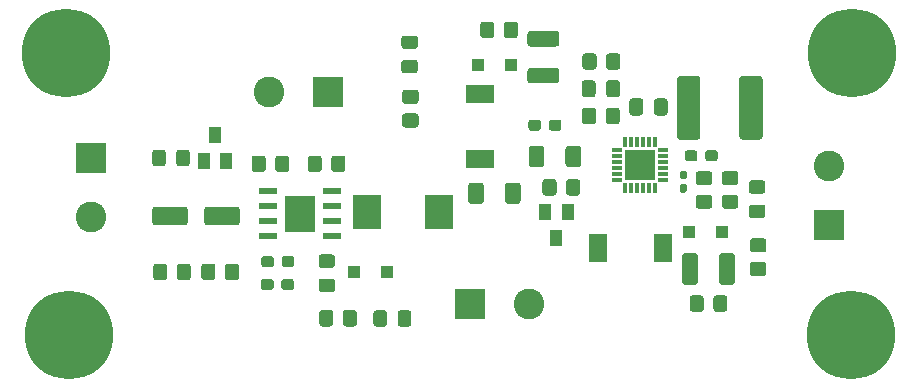
<source format=gts>
G04 #@! TF.GenerationSoftware,KiCad,Pcbnew,(5.1.12)-1*
G04 #@! TF.CreationDate,2022-10-20T21:35:18-07:00*
G04 #@! TF.ProjectId,Fuente_de_poder,4675656e-7465-45f6-9465-5f706f646572,rev?*
G04 #@! TF.SameCoordinates,Original*
G04 #@! TF.FileFunction,Soldermask,Top*
G04 #@! TF.FilePolarity,Negative*
%FSLAX46Y46*%
G04 Gerber Fmt 4.6, Leading zero omitted, Abs format (unit mm)*
G04 Created by KiCad (PCBNEW (5.1.12)-1) date 2022-10-20 21:35:18*
%MOMM*%
%LPD*%
G01*
G04 APERTURE LIST*
%ADD10C,2.600000*%
%ADD11R,2.600000X2.600000*%
%ADD12R,2.400000X2.900000*%
%ADD13R,1.100000X1.100000*%
%ADD14C,7.500000*%
%ADD15R,2.400000X1.500000*%
%ADD16R,1.500000X2.400000*%
%ADD17R,1.000000X1.400000*%
%ADD18R,1.550000X0.600000*%
%ADD19R,2.600000X3.100000*%
%ADD20R,2.550000X2.550000*%
%ADD21R,0.300000X0.850000*%
%ADD22R,0.850000X0.300000*%
G04 APERTURE END LIST*
D10*
X152518120Y-107734100D03*
D11*
X147518120Y-107734100D03*
G36*
G01*
X165453000Y-96446060D02*
X165763000Y-96446060D01*
G75*
G02*
X165918000Y-96601060I0J-155000D01*
G01*
X165918000Y-97026060D01*
G75*
G02*
X165763000Y-97181060I-155000J0D01*
G01*
X165453000Y-97181060D01*
G75*
G02*
X165298000Y-97026060I0J155000D01*
G01*
X165298000Y-96601060D01*
G75*
G02*
X165453000Y-96446060I155000J0D01*
G01*
G37*
G36*
G01*
X165453000Y-97581060D02*
X165763000Y-97581060D01*
G75*
G02*
X165918000Y-97736060I0J-155000D01*
G01*
X165918000Y-98161060D01*
G75*
G02*
X165763000Y-98316060I-155000J0D01*
G01*
X165453000Y-98316060D01*
G75*
G02*
X165298000Y-98161060I0J155000D01*
G01*
X165298000Y-97736060D01*
G75*
G02*
X165453000Y-97581060I155000J0D01*
G01*
G37*
D12*
X144906460Y-99941380D03*
X138806460Y-99941380D03*
G36*
G01*
X155631720Y-95905081D02*
X155631720Y-94605079D01*
G75*
G02*
X155881719Y-94355080I249999J0D01*
G01*
X156706721Y-94355080D01*
G75*
G02*
X156956720Y-94605079I0J-249999D01*
G01*
X156956720Y-95905081D01*
G75*
G02*
X156706721Y-96155080I-249999J0D01*
G01*
X155881719Y-96155080D01*
G75*
G02*
X155631720Y-95905081I0J249999D01*
G01*
G37*
G36*
G01*
X152506720Y-95905081D02*
X152506720Y-94605079D01*
G75*
G02*
X152756719Y-94355080I249999J0D01*
G01*
X153581721Y-94355080D01*
G75*
G02*
X153831720Y-94605079I0J-249999D01*
G01*
X153831720Y-95905081D01*
G75*
G02*
X153581721Y-96155080I-249999J0D01*
G01*
X152756719Y-96155080D01*
G75*
G02*
X152506720Y-95905081I0J249999D01*
G01*
G37*
G36*
G01*
X151845840Y-97711499D02*
X151845840Y-99011501D01*
G75*
G02*
X151595841Y-99261500I-249999J0D01*
G01*
X150770839Y-99261500D01*
G75*
G02*
X150520840Y-99011501I0J249999D01*
G01*
X150520840Y-97711499D01*
G75*
G02*
X150770839Y-97461500I249999J0D01*
G01*
X151595841Y-97461500D01*
G75*
G02*
X151845840Y-97711499I0J-249999D01*
G01*
G37*
G36*
G01*
X148720840Y-97711499D02*
X148720840Y-99011501D01*
G75*
G02*
X148470841Y-99261500I-249999J0D01*
G01*
X147645839Y-99261500D01*
G75*
G02*
X147395840Y-99011501I0J249999D01*
G01*
X147395840Y-97711499D01*
G75*
G02*
X147645839Y-97461500I249999J0D01*
G01*
X148470841Y-97461500D01*
G75*
G02*
X148720840Y-97711499I0J-249999D01*
G01*
G37*
G36*
G01*
X123650780Y-99744440D02*
X123650780Y-100844440D01*
G75*
G02*
X123400780Y-101094440I-250000J0D01*
G01*
X120900780Y-101094440D01*
G75*
G02*
X120650780Y-100844440I0J250000D01*
G01*
X120650780Y-99744440D01*
G75*
G02*
X120900780Y-99494440I250000J0D01*
G01*
X123400780Y-99494440D01*
G75*
G02*
X123650780Y-99744440I0J-250000D01*
G01*
G37*
G36*
G01*
X128050780Y-99744440D02*
X128050780Y-100844440D01*
G75*
G02*
X127800780Y-101094440I-250000J0D01*
G01*
X125300780Y-101094440D01*
G75*
G02*
X125050780Y-100844440I0J250000D01*
G01*
X125050780Y-99744440D01*
G75*
G02*
X125300780Y-99494440I250000J0D01*
G01*
X127800780Y-99494440D01*
G75*
G02*
X128050780Y-99744440I0J-250000D01*
G01*
G37*
G36*
G01*
X129882440Y-104395280D02*
X129882440Y-103920280D01*
G75*
G02*
X130119940Y-103682780I237500J0D01*
G01*
X130719940Y-103682780D01*
G75*
G02*
X130957440Y-103920280I0J-237500D01*
G01*
X130957440Y-104395280D01*
G75*
G02*
X130719940Y-104632780I-237500J0D01*
G01*
X130119940Y-104632780D01*
G75*
G02*
X129882440Y-104395280I0J237500D01*
G01*
G37*
G36*
G01*
X131607440Y-104395280D02*
X131607440Y-103920280D01*
G75*
G02*
X131844940Y-103682780I237500J0D01*
G01*
X132444940Y-103682780D01*
G75*
G02*
X132682440Y-103920280I0J-237500D01*
G01*
X132682440Y-104395280D01*
G75*
G02*
X132444940Y-104632780I-237500J0D01*
G01*
X131844940Y-104632780D01*
G75*
G02*
X131607440Y-104395280I0J237500D01*
G01*
G37*
G36*
G01*
X130926960Y-105858300D02*
X130926960Y-106333300D01*
G75*
G02*
X130689460Y-106570800I-237500J0D01*
G01*
X130089460Y-106570800D01*
G75*
G02*
X129851960Y-106333300I0J237500D01*
G01*
X129851960Y-105858300D01*
G75*
G02*
X130089460Y-105620800I237500J0D01*
G01*
X130689460Y-105620800D01*
G75*
G02*
X130926960Y-105858300I0J-237500D01*
G01*
G37*
G36*
G01*
X132651960Y-105858300D02*
X132651960Y-106333300D01*
G75*
G02*
X132414460Y-106570800I-237500J0D01*
G01*
X131814460Y-106570800D01*
G75*
G02*
X131576960Y-106333300I0J237500D01*
G01*
X131576960Y-105858300D01*
G75*
G02*
X131814460Y-105620800I237500J0D01*
G01*
X132414460Y-105620800D01*
G75*
G02*
X132651960Y-105858300I0J-237500D01*
G01*
G37*
G36*
G01*
X159079440Y-89997300D02*
X159079440Y-89047300D01*
G75*
G02*
X159329440Y-88797300I250000J0D01*
G01*
X160004440Y-88797300D01*
G75*
G02*
X160254440Y-89047300I0J-250000D01*
G01*
X160254440Y-89997300D01*
G75*
G02*
X160004440Y-90247300I-250000J0D01*
G01*
X159329440Y-90247300D01*
G75*
G02*
X159079440Y-89997300I0J250000D01*
G01*
G37*
G36*
G01*
X157004440Y-89997300D02*
X157004440Y-89047300D01*
G75*
G02*
X157254440Y-88797300I250000J0D01*
G01*
X157929440Y-88797300D01*
G75*
G02*
X158179440Y-89047300I0J-250000D01*
G01*
X158179440Y-89997300D01*
G75*
G02*
X157929440Y-90247300I-250000J0D01*
G01*
X157254440Y-90247300D01*
G75*
G02*
X157004440Y-89997300I0J250000D01*
G01*
G37*
G36*
G01*
X165737080Y-95434160D02*
X165737080Y-94959160D01*
G75*
G02*
X165974580Y-94721660I237500J0D01*
G01*
X166574580Y-94721660D01*
G75*
G02*
X166812080Y-94959160I0J-237500D01*
G01*
X166812080Y-95434160D01*
G75*
G02*
X166574580Y-95671660I-237500J0D01*
G01*
X165974580Y-95671660D01*
G75*
G02*
X165737080Y-95434160I0J237500D01*
G01*
G37*
G36*
G01*
X167462080Y-95434160D02*
X167462080Y-94959160D01*
G75*
G02*
X167699580Y-94721660I237500J0D01*
G01*
X168299580Y-94721660D01*
G75*
G02*
X168537080Y-94959160I0J-237500D01*
G01*
X168537080Y-95434160D01*
G75*
G02*
X168299580Y-95671660I-237500J0D01*
G01*
X167699580Y-95671660D01*
G75*
G02*
X167462080Y-95434160I0J237500D01*
G01*
G37*
G36*
G01*
X166844140Y-103682619D02*
X166844140Y-105882621D01*
G75*
G02*
X166594141Y-106132620I-249999J0D01*
G01*
X165769139Y-106132620D01*
G75*
G02*
X165519140Y-105882621I0J249999D01*
G01*
X165519140Y-103682619D01*
G75*
G02*
X165769139Y-103432620I249999J0D01*
G01*
X166594141Y-103432620D01*
G75*
G02*
X166844140Y-103682619I0J-249999D01*
G01*
G37*
G36*
G01*
X169969140Y-103682619D02*
X169969140Y-105882621D01*
G75*
G02*
X169719141Y-106132620I-249999J0D01*
G01*
X168894139Y-106132620D01*
G75*
G02*
X168644140Y-105882621I0J249999D01*
G01*
X168644140Y-103682619D01*
G75*
G02*
X168894139Y-103432620I249999J0D01*
G01*
X169719141Y-103432620D01*
G75*
G02*
X169969140Y-103682619I0J-249999D01*
G01*
G37*
G36*
G01*
X154863981Y-89067600D02*
X152663979Y-89067600D01*
G75*
G02*
X152413980Y-88817601I0J249999D01*
G01*
X152413980Y-87992599D01*
G75*
G02*
X152663979Y-87742600I249999J0D01*
G01*
X154863981Y-87742600D01*
G75*
G02*
X155113980Y-87992599I0J-249999D01*
G01*
X155113980Y-88817601D01*
G75*
G02*
X154863981Y-89067600I-249999J0D01*
G01*
G37*
G36*
G01*
X154863981Y-85942600D02*
X152663979Y-85942600D01*
G75*
G02*
X152413980Y-85692601I0J249999D01*
G01*
X152413980Y-84867599D01*
G75*
G02*
X152663979Y-84617600I249999J0D01*
G01*
X154863981Y-84617600D01*
G75*
G02*
X155113980Y-84867599I0J-249999D01*
G01*
X155113980Y-85692601D01*
G75*
G02*
X154863981Y-85942600I-249999J0D01*
G01*
G37*
G36*
G01*
X170346640Y-93587742D02*
X170346640Y-88687738D01*
G75*
G02*
X170596638Y-88437740I249998J0D01*
G01*
X172071642Y-88437740D01*
G75*
G02*
X172321640Y-88687738I0J-249998D01*
G01*
X172321640Y-93587742D01*
G75*
G02*
X172071642Y-93837740I-249998J0D01*
G01*
X170596638Y-93837740D01*
G75*
G02*
X170346640Y-93587742I0J249998D01*
G01*
G37*
G36*
G01*
X165071640Y-93587742D02*
X165071640Y-88687738D01*
G75*
G02*
X165321638Y-88437740I249998J0D01*
G01*
X166796642Y-88437740D01*
G75*
G02*
X167046640Y-88687738I0J-249998D01*
G01*
X167046640Y-93587742D01*
G75*
G02*
X166796642Y-93837740I-249998J0D01*
G01*
X165321638Y-93837740D01*
G75*
G02*
X165071640Y-93587742I0J249998D01*
G01*
G37*
D13*
X148193300Y-87475060D03*
X150993300Y-87475060D03*
X140515800Y-105016300D03*
X137715800Y-105016300D03*
X166074900Y-101635560D03*
X168874900Y-101635560D03*
G36*
G01*
X142895741Y-86161460D02*
X141995739Y-86161460D01*
G75*
G02*
X141745740Y-85911461I0J249999D01*
G01*
X141745740Y-85261459D01*
G75*
G02*
X141995739Y-85011460I249999J0D01*
G01*
X142895741Y-85011460D01*
G75*
G02*
X143145740Y-85261459I0J-249999D01*
G01*
X143145740Y-85911461D01*
G75*
G02*
X142895741Y-86161460I-249999J0D01*
G01*
G37*
G36*
G01*
X142895741Y-88211460D02*
X141995739Y-88211460D01*
G75*
G02*
X141745740Y-87961461I0J249999D01*
G01*
X141745740Y-87311459D01*
G75*
G02*
X141995739Y-87061460I249999J0D01*
G01*
X142895741Y-87061460D01*
G75*
G02*
X143145740Y-87311459I0J-249999D01*
G01*
X143145740Y-87961461D01*
G75*
G02*
X142895741Y-88211460I-249999J0D01*
G01*
G37*
G36*
G01*
X141427620Y-109418541D02*
X141427620Y-108518539D01*
G75*
G02*
X141677619Y-108268540I249999J0D01*
G01*
X142327621Y-108268540D01*
G75*
G02*
X142577620Y-108518539I0J-249999D01*
G01*
X142577620Y-109418541D01*
G75*
G02*
X142327621Y-109668540I-249999J0D01*
G01*
X141677619Y-109668540D01*
G75*
G02*
X141427620Y-109418541I0J249999D01*
G01*
G37*
G36*
G01*
X139377620Y-109418541D02*
X139377620Y-108518539D01*
G75*
G02*
X139627619Y-108268540I249999J0D01*
G01*
X140277621Y-108268540D01*
G75*
G02*
X140527620Y-108518539I0J-249999D01*
G01*
X140527620Y-109418541D01*
G75*
G02*
X140277621Y-109668540I-249999J0D01*
G01*
X139627619Y-109668540D01*
G75*
G02*
X139377620Y-109418541I0J249999D01*
G01*
G37*
G36*
G01*
X172311481Y-100472040D02*
X171411479Y-100472040D01*
G75*
G02*
X171161480Y-100222041I0J249999D01*
G01*
X171161480Y-99572039D01*
G75*
G02*
X171411479Y-99322040I249999J0D01*
G01*
X172311481Y-99322040D01*
G75*
G02*
X172561480Y-99572039I0J-249999D01*
G01*
X172561480Y-100222041D01*
G75*
G02*
X172311481Y-100472040I-249999J0D01*
G01*
G37*
G36*
G01*
X172311481Y-98422040D02*
X171411479Y-98422040D01*
G75*
G02*
X171161480Y-98172041I0J249999D01*
G01*
X171161480Y-97522039D01*
G75*
G02*
X171411479Y-97272040I249999J0D01*
G01*
X172311481Y-97272040D01*
G75*
G02*
X172561480Y-97522039I0J-249999D01*
G01*
X172561480Y-98172041D01*
G75*
G02*
X172311481Y-98422040I-249999J0D01*
G01*
G37*
G36*
G01*
X121782420Y-94932079D02*
X121782420Y-95832081D01*
G75*
G02*
X121532421Y-96082080I-249999J0D01*
G01*
X120882419Y-96082080D01*
G75*
G02*
X120632420Y-95832081I0J249999D01*
G01*
X120632420Y-94932079D01*
G75*
G02*
X120882419Y-94682080I249999J0D01*
G01*
X121532421Y-94682080D01*
G75*
G02*
X121782420Y-94932079I0J-249999D01*
G01*
G37*
G36*
G01*
X123832420Y-94932079D02*
X123832420Y-95832081D01*
G75*
G02*
X123582421Y-96082080I-249999J0D01*
G01*
X122932419Y-96082080D01*
G75*
G02*
X122682420Y-95832081I0J249999D01*
G01*
X122682420Y-94932079D01*
G75*
G02*
X122932419Y-94682080I249999J0D01*
G01*
X123582421Y-94682080D01*
G75*
G02*
X123832420Y-94932079I0J-249999D01*
G01*
G37*
D14*
X113360200Y-86485141D03*
X113635201Y-110403640D03*
X179788139Y-110403640D03*
X179908200Y-86485141D03*
D11*
X115503960Y-95379540D03*
D10*
X115503960Y-100379540D03*
D11*
X135542020Y-89806780D03*
D10*
X130542020Y-89806780D03*
D11*
X177982880Y-101043740D03*
D10*
X177982880Y-96043740D03*
D15*
X148389340Y-95426980D03*
X148389340Y-89926980D03*
D16*
X163900300Y-102966520D03*
X158400300Y-102966520D03*
G36*
G01*
X134977719Y-105589600D02*
X135877721Y-105589600D01*
G75*
G02*
X136127720Y-105839599I0J-249999D01*
G01*
X136127720Y-106489601D01*
G75*
G02*
X135877721Y-106739600I-249999J0D01*
G01*
X134977719Y-106739600D01*
G75*
G02*
X134727720Y-106489601I0J249999D01*
G01*
X134727720Y-105839599D01*
G75*
G02*
X134977719Y-105589600I249999J0D01*
G01*
G37*
G36*
G01*
X134977719Y-103539600D02*
X135877721Y-103539600D01*
G75*
G02*
X136127720Y-103789599I0J-249999D01*
G01*
X136127720Y-104439601D01*
G75*
G02*
X135877721Y-104689600I-249999J0D01*
G01*
X134977719Y-104689600D01*
G75*
G02*
X134727720Y-104439601I0J249999D01*
G01*
X134727720Y-103789599D01*
G75*
G02*
X134977719Y-103539600I249999J0D01*
G01*
G37*
D17*
X154861260Y-102120880D03*
X153911260Y-99920880D03*
X155811260Y-99920880D03*
X125018760Y-95661660D03*
X126918760Y-95661660D03*
X125968760Y-93461660D03*
G36*
G01*
X155685440Y-98316201D02*
X155685440Y-97416199D01*
G75*
G02*
X155935439Y-97166200I249999J0D01*
G01*
X156635441Y-97166200D01*
G75*
G02*
X156885440Y-97416199I0J-249999D01*
G01*
X156885440Y-98316201D01*
G75*
G02*
X156635441Y-98566200I-249999J0D01*
G01*
X155935439Y-98566200D01*
G75*
G02*
X155685440Y-98316201I0J249999D01*
G01*
G37*
G36*
G01*
X153685440Y-98316201D02*
X153685440Y-97416199D01*
G75*
G02*
X153935439Y-97166200I249999J0D01*
G01*
X154635441Y-97166200D01*
G75*
G02*
X154885440Y-97416199I0J-249999D01*
G01*
X154885440Y-98316201D01*
G75*
G02*
X154635441Y-98566200I-249999J0D01*
G01*
X153935439Y-98566200D01*
G75*
G02*
X153685440Y-98316201I0J249999D01*
G01*
G37*
G36*
G01*
X126003100Y-104578999D02*
X126003100Y-105479001D01*
G75*
G02*
X125753101Y-105729000I-249999J0D01*
G01*
X125053099Y-105729000D01*
G75*
G02*
X124803100Y-105479001I0J249999D01*
G01*
X124803100Y-104578999D01*
G75*
G02*
X125053099Y-104329000I249999J0D01*
G01*
X125753101Y-104329000D01*
G75*
G02*
X126003100Y-104578999I0J-249999D01*
G01*
G37*
G36*
G01*
X128003100Y-104578999D02*
X128003100Y-105479001D01*
G75*
G02*
X127753101Y-105729000I-249999J0D01*
G01*
X127053099Y-105729000D01*
G75*
G02*
X126803100Y-105479001I0J249999D01*
G01*
X126803100Y-104578999D01*
G75*
G02*
X127053099Y-104329000I249999J0D01*
G01*
X127753101Y-104329000D01*
G75*
G02*
X128003100Y-104578999I0J-249999D01*
G01*
G37*
G36*
G01*
X123918780Y-104581539D02*
X123918780Y-105481541D01*
G75*
G02*
X123668781Y-105731540I-249999J0D01*
G01*
X122968779Y-105731540D01*
G75*
G02*
X122718780Y-105481541I0J249999D01*
G01*
X122718780Y-104581539D01*
G75*
G02*
X122968779Y-104331540I249999J0D01*
G01*
X123668781Y-104331540D01*
G75*
G02*
X123918780Y-104581539I0J-249999D01*
G01*
G37*
G36*
G01*
X121918780Y-104581539D02*
X121918780Y-105481541D01*
G75*
G02*
X121668781Y-105731540I-249999J0D01*
G01*
X120968779Y-105731540D01*
G75*
G02*
X120718780Y-105481541I0J249999D01*
G01*
X120718780Y-104581539D01*
G75*
G02*
X120968779Y-104331540I249999J0D01*
G01*
X121668781Y-104331540D01*
G75*
G02*
X121918780Y-104581539I0J-249999D01*
G01*
G37*
G36*
G01*
X169125479Y-96484640D02*
X170025481Y-96484640D01*
G75*
G02*
X170275480Y-96734639I0J-249999D01*
G01*
X170275480Y-97434641D01*
G75*
G02*
X170025481Y-97684640I-249999J0D01*
G01*
X169125479Y-97684640D01*
G75*
G02*
X168875480Y-97434641I0J249999D01*
G01*
X168875480Y-96734639D01*
G75*
G02*
X169125479Y-96484640I249999J0D01*
G01*
G37*
G36*
G01*
X169125479Y-98484640D02*
X170025481Y-98484640D01*
G75*
G02*
X170275480Y-98734639I0J-249999D01*
G01*
X170275480Y-99434641D01*
G75*
G02*
X170025481Y-99684640I-249999J0D01*
G01*
X169125479Y-99684640D01*
G75*
G02*
X168875480Y-99434641I0J249999D01*
G01*
X168875480Y-98734639D01*
G75*
G02*
X169125479Y-98484640I249999J0D01*
G01*
G37*
G36*
G01*
X166910599Y-98487180D02*
X167810601Y-98487180D01*
G75*
G02*
X168060600Y-98737179I0J-249999D01*
G01*
X168060600Y-99437181D01*
G75*
G02*
X167810601Y-99687180I-249999J0D01*
G01*
X166910599Y-99687180D01*
G75*
G02*
X166660600Y-99437181I0J249999D01*
G01*
X166660600Y-98737179D01*
G75*
G02*
X166910599Y-98487180I249999J0D01*
G01*
G37*
G36*
G01*
X166910599Y-96487180D02*
X167810601Y-96487180D01*
G75*
G02*
X168060600Y-96737179I0J-249999D01*
G01*
X168060600Y-97437181D01*
G75*
G02*
X167810601Y-97687180I-249999J0D01*
G01*
X166910599Y-97687180D01*
G75*
G02*
X166660600Y-97437181I0J249999D01*
G01*
X166660600Y-96737179D01*
G75*
G02*
X166910599Y-96487180I249999J0D01*
G01*
G37*
G36*
G01*
X159026300Y-92278621D02*
X159026300Y-91378619D01*
G75*
G02*
X159276299Y-91128620I249999J0D01*
G01*
X159976301Y-91128620D01*
G75*
G02*
X160226300Y-91378619I0J-249999D01*
G01*
X160226300Y-92278621D01*
G75*
G02*
X159976301Y-92528620I-249999J0D01*
G01*
X159276299Y-92528620D01*
G75*
G02*
X159026300Y-92278621I0J249999D01*
G01*
G37*
G36*
G01*
X157026300Y-92278621D02*
X157026300Y-91378619D01*
G75*
G02*
X157276299Y-91128620I249999J0D01*
G01*
X157976301Y-91128620D01*
G75*
G02*
X158226300Y-91378619I0J-249999D01*
G01*
X158226300Y-92278621D01*
G75*
G02*
X157976301Y-92528620I-249999J0D01*
G01*
X157276299Y-92528620D01*
G75*
G02*
X157026300Y-92278621I0J249999D01*
G01*
G37*
G36*
G01*
X160276340Y-86765979D02*
X160276340Y-87665981D01*
G75*
G02*
X160026341Y-87915980I-249999J0D01*
G01*
X159326339Y-87915980D01*
G75*
G02*
X159076340Y-87665981I0J249999D01*
G01*
X159076340Y-86765979D01*
G75*
G02*
X159326339Y-86515980I249999J0D01*
G01*
X160026341Y-86515980D01*
G75*
G02*
X160276340Y-86765979I0J-249999D01*
G01*
G37*
G36*
G01*
X158276340Y-86765979D02*
X158276340Y-87665981D01*
G75*
G02*
X158026341Y-87915980I-249999J0D01*
G01*
X157326339Y-87915980D01*
G75*
G02*
X157076340Y-87665981I0J249999D01*
G01*
X157076340Y-86765979D01*
G75*
G02*
X157326339Y-86515980I249999J0D01*
G01*
X158026341Y-86515980D01*
G75*
G02*
X158276340Y-86765979I0J-249999D01*
G01*
G37*
G36*
G01*
X167349220Y-107261239D02*
X167349220Y-108161241D01*
G75*
G02*
X167099221Y-108411240I-249999J0D01*
G01*
X166399219Y-108411240D01*
G75*
G02*
X166149220Y-108161241I0J249999D01*
G01*
X166149220Y-107261239D01*
G75*
G02*
X166399219Y-107011240I249999J0D01*
G01*
X167099221Y-107011240D01*
G75*
G02*
X167349220Y-107261239I0J-249999D01*
G01*
G37*
G36*
G01*
X169349220Y-107261239D02*
X169349220Y-108161241D01*
G75*
G02*
X169099221Y-108411240I-249999J0D01*
G01*
X168399219Y-108411240D01*
G75*
G02*
X168149220Y-108161241I0J249999D01*
G01*
X168149220Y-107261239D01*
G75*
G02*
X168399219Y-107011240I249999J0D01*
G01*
X169099221Y-107011240D01*
G75*
G02*
X169349220Y-107261239I0J-249999D01*
G01*
G37*
G36*
G01*
X135006739Y-95429878D02*
X135006739Y-96329880D01*
G75*
G02*
X134756740Y-96579879I-249999J0D01*
G01*
X134056738Y-96579879D01*
G75*
G02*
X133806739Y-96329880I0J249999D01*
G01*
X133806739Y-95429878D01*
G75*
G02*
X134056738Y-95179879I249999J0D01*
G01*
X134756740Y-95179879D01*
G75*
G02*
X135006739Y-95429878I0J-249999D01*
G01*
G37*
G36*
G01*
X137006739Y-95429878D02*
X137006739Y-96329880D01*
G75*
G02*
X136756740Y-96579879I-249999J0D01*
G01*
X136056738Y-96579879D01*
G75*
G02*
X135806739Y-96329880I0J249999D01*
G01*
X135806739Y-95429878D01*
G75*
G02*
X136056738Y-95179879I249999J0D01*
G01*
X136756740Y-95179879D01*
G75*
G02*
X137006739Y-95429878I0J-249999D01*
G01*
G37*
G36*
G01*
X132256739Y-95429878D02*
X132256739Y-96329880D01*
G75*
G02*
X132006740Y-96579879I-249999J0D01*
G01*
X131306738Y-96579879D01*
G75*
G02*
X131056739Y-96329880I0J249999D01*
G01*
X131056739Y-95429878D01*
G75*
G02*
X131306738Y-95179879I249999J0D01*
G01*
X132006740Y-95179879D01*
G75*
G02*
X132256739Y-95429878I0J-249999D01*
G01*
G37*
G36*
G01*
X130256739Y-95429878D02*
X130256739Y-96329880D01*
G75*
G02*
X130006740Y-96579879I-249999J0D01*
G01*
X129306738Y-96579879D01*
G75*
G02*
X129056739Y-96329880I0J249999D01*
G01*
X129056739Y-95429878D01*
G75*
G02*
X129306738Y-95179879I249999J0D01*
G01*
X130006740Y-95179879D01*
G75*
G02*
X130256739Y-95429878I0J-249999D01*
G01*
G37*
G36*
G01*
X151612400Y-84083739D02*
X151612400Y-84983741D01*
G75*
G02*
X151362401Y-85233740I-249999J0D01*
G01*
X150662399Y-85233740D01*
G75*
G02*
X150412400Y-84983741I0J249999D01*
G01*
X150412400Y-84083739D01*
G75*
G02*
X150662399Y-83833740I249999J0D01*
G01*
X151362401Y-83833740D01*
G75*
G02*
X151612400Y-84083739I0J-249999D01*
G01*
G37*
G36*
G01*
X149612400Y-84083739D02*
X149612400Y-84983741D01*
G75*
G02*
X149362401Y-85233740I-249999J0D01*
G01*
X148662399Y-85233740D01*
G75*
G02*
X148412400Y-84983741I0J249999D01*
G01*
X148412400Y-84083739D01*
G75*
G02*
X148662399Y-83833740I249999J0D01*
G01*
X149362401Y-83833740D01*
G75*
G02*
X149612400Y-84083739I0J-249999D01*
G01*
G37*
G36*
G01*
X142051619Y-91599460D02*
X142951621Y-91599460D01*
G75*
G02*
X143201620Y-91849459I0J-249999D01*
G01*
X143201620Y-92549461D01*
G75*
G02*
X142951621Y-92799460I-249999J0D01*
G01*
X142051619Y-92799460D01*
G75*
G02*
X141801620Y-92549461I0J249999D01*
G01*
X141801620Y-91849459D01*
G75*
G02*
X142051619Y-91599460I249999J0D01*
G01*
G37*
G36*
G01*
X142051619Y-89599460D02*
X142951621Y-89599460D01*
G75*
G02*
X143201620Y-89849459I0J-249999D01*
G01*
X143201620Y-90549461D01*
G75*
G02*
X142951621Y-90799460I-249999J0D01*
G01*
X142051619Y-90799460D01*
G75*
G02*
X141801620Y-90549461I0J249999D01*
G01*
X141801620Y-89849459D01*
G75*
G02*
X142051619Y-89599460I249999J0D01*
G01*
G37*
G36*
G01*
X137977680Y-108500759D02*
X137977680Y-109400761D01*
G75*
G02*
X137727681Y-109650760I-249999J0D01*
G01*
X137027679Y-109650760D01*
G75*
G02*
X136777680Y-109400761I0J249999D01*
G01*
X136777680Y-108500759D01*
G75*
G02*
X137027679Y-108250760I249999J0D01*
G01*
X137727681Y-108250760D01*
G75*
G02*
X137977680Y-108500759I0J-249999D01*
G01*
G37*
G36*
G01*
X135977680Y-108500759D02*
X135977680Y-109400761D01*
G75*
G02*
X135727681Y-109650760I-249999J0D01*
G01*
X135027679Y-109650760D01*
G75*
G02*
X134777680Y-109400761I0J249999D01*
G01*
X134777680Y-108500759D01*
G75*
G02*
X135027679Y-108250760I249999J0D01*
G01*
X135727681Y-108250760D01*
G75*
G02*
X135977680Y-108500759I0J-249999D01*
G01*
G37*
G36*
G01*
X171492759Y-102176780D02*
X172392761Y-102176780D01*
G75*
G02*
X172642760Y-102426779I0J-249999D01*
G01*
X172642760Y-103126781D01*
G75*
G02*
X172392761Y-103376780I-249999J0D01*
G01*
X171492759Y-103376780D01*
G75*
G02*
X171242760Y-103126781I0J249999D01*
G01*
X171242760Y-102426779D01*
G75*
G02*
X171492759Y-102176780I249999J0D01*
G01*
G37*
G36*
G01*
X171492759Y-104176780D02*
X172392761Y-104176780D01*
G75*
G02*
X172642760Y-104426779I0J-249999D01*
G01*
X172642760Y-105126781D01*
G75*
G02*
X172392761Y-105376780I-249999J0D01*
G01*
X171492759Y-105376780D01*
G75*
G02*
X171242760Y-105126781I0J249999D01*
G01*
X171242760Y-104426779D01*
G75*
G02*
X171492759Y-104176780I249999J0D01*
G01*
G37*
D18*
X130431560Y-102008940D03*
X130431560Y-100738940D03*
X130431560Y-99468940D03*
X130431560Y-98198940D03*
X135831560Y-98198940D03*
X135831560Y-99468940D03*
X135831560Y-100738940D03*
X135831560Y-102008940D03*
D19*
X133131560Y-100103940D03*
D20*
X161960560Y-95971360D03*
D21*
X160710560Y-94021360D03*
X161210560Y-94021360D03*
X161710560Y-94021360D03*
X162210560Y-94021360D03*
X162710560Y-94021360D03*
X163210560Y-94021360D03*
D22*
X163910560Y-94721360D03*
X163910560Y-95221360D03*
X163910560Y-95721360D03*
X163910560Y-96221360D03*
X163910560Y-96721360D03*
X163910560Y-97221360D03*
D21*
X163210560Y-97921360D03*
X162710560Y-97921360D03*
X162210560Y-97921360D03*
X161710560Y-97921360D03*
X161210560Y-97921360D03*
X160710560Y-97921360D03*
D22*
X160010560Y-97221360D03*
X160010560Y-96721360D03*
X160010560Y-96221360D03*
X160010560Y-95721360D03*
X160010560Y-95221360D03*
X160010560Y-94721360D03*
G36*
G01*
X163124300Y-91534000D02*
X163124300Y-90584000D01*
G75*
G02*
X163374300Y-90334000I250000J0D01*
G01*
X164049300Y-90334000D01*
G75*
G02*
X164299300Y-90584000I0J-250000D01*
G01*
X164299300Y-91534000D01*
G75*
G02*
X164049300Y-91784000I-250000J0D01*
G01*
X163374300Y-91784000D01*
G75*
G02*
X163124300Y-91534000I0J250000D01*
G01*
G37*
G36*
G01*
X161049300Y-91534000D02*
X161049300Y-90584000D01*
G75*
G02*
X161299300Y-90334000I250000J0D01*
G01*
X161974300Y-90334000D01*
G75*
G02*
X162224300Y-90584000I0J-250000D01*
G01*
X162224300Y-91534000D01*
G75*
G02*
X161974300Y-91784000I-250000J0D01*
G01*
X161299300Y-91784000D01*
G75*
G02*
X161049300Y-91534000I0J250000D01*
G01*
G37*
G36*
G01*
X155296060Y-92370900D02*
X155296060Y-92845900D01*
G75*
G02*
X155058560Y-93083400I-237500J0D01*
G01*
X154458560Y-93083400D01*
G75*
G02*
X154221060Y-92845900I0J237500D01*
G01*
X154221060Y-92370900D01*
G75*
G02*
X154458560Y-92133400I237500J0D01*
G01*
X155058560Y-92133400D01*
G75*
G02*
X155296060Y-92370900I0J-237500D01*
G01*
G37*
G36*
G01*
X153571060Y-92370900D02*
X153571060Y-92845900D01*
G75*
G02*
X153333560Y-93083400I-237500J0D01*
G01*
X152733560Y-93083400D01*
G75*
G02*
X152496060Y-92845900I0J237500D01*
G01*
X152496060Y-92370900D01*
G75*
G02*
X152733560Y-92133400I237500J0D01*
G01*
X153333560Y-92133400D01*
G75*
G02*
X153571060Y-92370900I0J-237500D01*
G01*
G37*
M02*

</source>
